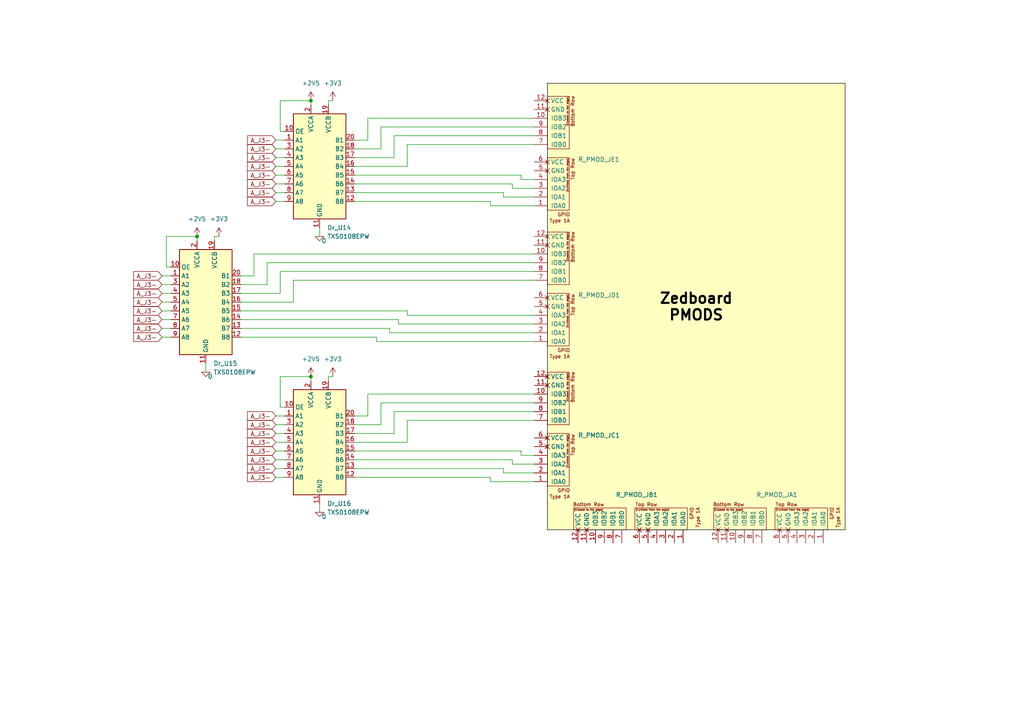
<source format=kicad_sch>
(kicad_sch (version 20230121) (generator eeschema)
  (paper "A4")
  (lib_symbols
    (symbol "Logic_LevelTranslator:TXS0108EPW"
      (property "Reference" "U" (at -6.35 16.51 0))
      (property "Value" "TXS0108EPW" (at 3.81 16.51 0))
      (symbol "TXS0108EPW_0_1"
        (rectangle (start -7.62 15.24) (end 7.62 -15.24) (stroke (width 0.254)) (fill (type background)))
      )
      (symbol "TXS0108EPW_1_1"
        (pin bidirectional line (at -10.16 7.62 0) (length 2.54) (name "A1") (number "1"))
        (pin input line (at -10.16 10.16 0) (length 2.54) (name "OE") (number "10"))
        (pin power_in line (at 0 -17.78 90) (length 2.54) (name "GND") (number "11"))
        (pin bidirectional line (at 10.16 -10.16 180) (length 2.54) (name "B8") (number "12"))
        (pin bidirectional line (at 10.16 -7.62 180) (length 2.54) (name "B7") (number "13"))
        (pin bidirectional line (at 10.16 -5.08 180) (length 2.54) (name "B6") (number "14"))
        (pin bidirectional line (at 10.16 -2.54 180) (length 2.54) (name "B5") (number "15"))
        (pin bidirectional line (at 10.16 0 180) (length 2.54) (name "B4") (number "16"))
        (pin bidirectional line (at 10.16 2.54 180) (length 2.54) (name "B3") (number "17"))
        (pin bidirectional line (at 10.16 5.08 180) (length 2.54) (name "B2") (number "18"))
        (pin power_in line (at 2.54 17.78 270) (length 2.54) (name "VCCB") (number "19"))
        (pin power_in line (at -2.54 17.78 270) (length 2.54) (name "VCCA") (number "2"))
        (pin bidirectional line (at 10.16 7.62 180) (length 2.54) (name "B1") (number "20"))
        (pin bidirectional line (at -10.16 5.08 0) (length 2.54) (name "A2") (number "3"))
        (pin bidirectional line (at -10.16 2.54 0) (length 2.54) (name "A3") (number "4"))
        (pin bidirectional line (at -10.16 0 0) (length 2.54) (name "A4") (number "5"))
        (pin bidirectional line (at -10.16 -2.54 0) (length 2.54) (name "A5") (number "6"))
        (pin bidirectional line (at -10.16 -5.08 0) (length 2.54) (name "A6") (number "7"))
        (pin bidirectional line (at -10.16 -7.62 0) (length 2.54) (name "A7") (number "8"))
        (pin bidirectional line (at -10.16 -10.16 0) (length 2.54) (name "A8") (number "9"))
      )
    )
    (symbol "Simulation_SPICE:0" (power) (pin_names (offset 0))
      (property "Value" "0" (at 0 -1.778 0))
      (symbol "0_0_1"
        (polyline (pts (xy -1.27 0) (xy 0 -1.27) (xy 1.27 0) (xy -1.27 0)))
      )
      (symbol "0_1_1"
        (pin power_in line (at 0 0 0) (length 0) hide (name "0") (number "1"))
      )
    )
    (symbol "pmod:PMOD-Device-x2-Type-1A-GPIO" (pin_names (offset 1.016))
      (property "Reference" "PMOD" (at -3.302 -1.27 0))
      (property "Datasheet" "https://docs.google.com/a/mithis.com/spreadsheets/d/1D-GboyrP57VVpejQzEm0P1WEORo1LAIt92hk1bZGEoo/edit#gid=0" (at -1.27 7.62 0))
      (symbol "PMOD-Device-x2-Type-1A-GPIO_0_0"
        (text "(Closest to the edge)" (at -5.842 -13.462 900) (effects (font (size 0.508 0.508))))
        (text "(Furthest from the edge)" (at -5.842 5.08 900) (effects (font (size 0.508 0.508))))
        (text "Bottom Row" (at -7.366 -13.462 900) (effects (font (size 0.9906 0.9906))))
        (text "GPIO" (at -6.604 16.51 0) (effects (font (size 0.9906 0.9906)) (justify left)))
        (text "Top Row" (at -7.366 3.302 900) (effects (font (size 0.9906 0.9906))))
        (text "Type 1A" (at -6.604 18.288 0) (effects (font (size 0.9906 0.9906)) (justify left)))
      )
      (symbol "PMOD-Device-x2-Type-1A-GPIO_0_1"
        (rectangle (start -6.35 -2.54) (end 0 -17.78))
        (rectangle (start 0 15.24) (end -6.35 0))
      )
      (symbol "PMOD-Device-x2-Type-1A-GPIO_1_1"
        (pin bidirectional line (at 3.81 13.97 180) (length 3.81) (name "IOA0") (number "1"))
        (pin bidirectional line (at 3.81 -11.43 180) (length 3.81) (name "IOB3") (number "10"))
        (pin power_out non_logic (at 3.81 -13.97 180) (length 3.81) (name "GND") (number "11"))
        (pin power_out non_logic (at 3.81 -16.51 180) (length 3.81) (name "VCC") (number "12"))
        (pin bidirectional line (at 3.81 11.43 180) (length 3.81) (name "IOA1") (number "2"))
        (pin bidirectional line (at 3.81 8.89 180) (length 3.81) (name "IOA2") (number "3"))
        (pin bidirectional line (at 3.81 6.35 180) (length 3.81) (name "IOA3") (number "4"))
        (pin power_out non_logic (at 3.81 3.81 180) (length 3.81) (name "GND") (number "5"))
        (pin power_out non_logic (at 3.81 1.27 180) (length 3.81) (name "VCC") (number "6"))
        (pin bidirectional line (at 3.81 -3.81 180) (length 3.81) (name "IOB0") (number "7"))
        (pin bidirectional line (at 3.81 -6.35 180) (length 3.81) (name "IOB1") (number "8"))
        (pin bidirectional line (at 3.81 -8.89 180) (length 3.81) (name "IOB2") (number "9"))
      )
    )
    (symbol "power:+2V5" (power) (pin_names (offset 0))
      (property "Value" "+2V5" (at 0 3.556 0))
      (symbol "+2V5_0_1"
        (polyline (pts (xy -0.762 1.27) (xy 0 2.54)))
        (polyline (pts (xy 0 0) (xy 0 2.54)))
        (polyline (pts (xy 0 2.54) (xy 0.762 1.27)))
      )
      (symbol "+2V5_1_1"
        (pin power_in line (at 0 0 90) (length 0) hide (name "+2V5") (number "1"))
      )
    )
    (symbol "power:+3V3" (power) (pin_names (offset 0))
      (property "Value" "+3V3" (at 0 3.556 0))
      (symbol "+3V3_0_1"
        (polyline (pts (xy -0.762 1.27) (xy 0 2.54)))
        (polyline (pts (xy 0 0) (xy 0 2.54)))
        (polyline (pts (xy 0 2.54) (xy 0.762 1.27)))
      )
      (symbol "+3V3_1_1"
        (pin power_in line (at 0 0 90) (length 0) hide (name "+3V3") (number "1"))
      )
    )
  )
  (junction (at 90.17 109.22))
  (junction (at 90.17 29.21))
  (junction (at 57.15 68.58))
  (wire (pts (xy 102.87 58.42) (xy 142.24 58.42)))
  (wire (pts (xy 102.87 48.26) (xy 118.11 48.26)))
  (wire (pts (xy 73.66 80.01) (xy 73.66 73.66)))
  (wire (pts (xy 113.03 95.25) (xy 113.03 96.52)))
  (wire (pts (xy 102.87 40.64) (xy 106.68 40.64)))
  (wire (pts (xy 95.25 109.22) (xy 95.25 110.49)))
  (wire (pts (xy 110.49 36.83) (xy 154.94 36.83)))
  (wire (pts (xy 81.28 78.74) (xy 154.94 78.74)))
  (wire (pts (xy 80.01 125.73) (xy 82.55 125.73)))
  (wire (pts (xy 80.01 50.8) (xy 82.55 50.8)))
  (wire (pts (xy 151.13 52.07) (xy 154.94 52.07)))
  (wire (pts (xy 48.26 68.58) (xy 57.15 68.58)))
  (wire (pts (xy 69.85 85.09) (xy 81.28 85.09)))
  (wire (pts (xy 80.01 138.43) (xy 82.55 138.43)))
  (wire (pts (xy 81.28 109.22) (xy 90.17 109.22)))
  (wire (pts (xy 106.68 120.65) (xy 106.68 114.3)))
  (wire (pts (xy 154.94 41.91) (xy 118.11 41.91)))
  (wire (pts (xy 82.55 38.1) (xy 81.28 38.1)))
  (wire (pts (xy 114.3 125.73) (xy 114.3 119.38)))
  (wire (pts (xy 118.11 91.44) (xy 154.94 91.44)))
  (wire (pts (xy 142.24 58.42) (xy 142.24 59.69)))
  (wire (pts (xy 69.85 97.79) (xy 109.22 97.79)))
  (wire (pts (xy 62.23 68.58) (xy 62.23 69.85)))
  (wire (pts (xy 82.55 118.11) (xy 81.28 118.11)))
  (wire (pts (xy 118.11 41.91) (xy 118.11 48.26)))
  (wire (pts (xy 102.87 128.27) (xy 118.11 128.27)))
  (wire (pts (xy 92.71 66.04) (xy 92.71 68.58)))
  (wire (pts (xy 148.59 133.35) (xy 148.59 134.62)))
  (wire (pts (xy 118.11 121.92) (xy 118.11 128.27)))
  (wire (pts (xy 142.24 139.7) (xy 154.94 139.7)))
  (wire (pts (xy 80.01 45.72) (xy 82.55 45.72)))
  (wire (pts (xy 109.22 99.06) (xy 154.94 99.06)))
  (wire (pts (xy 80.01 130.81) (xy 82.55 130.81)))
  (wire (pts (xy 69.85 87.63) (xy 85.09 87.63)))
  (wire (pts (xy 95.25 109.22) (xy 96.52 109.22)))
  (wire (pts (xy 80.01 40.64) (xy 82.55 40.64)))
  (wire (pts (xy 90.17 109.22) (xy 90.17 110.49)))
  (wire (pts (xy 85.09 81.28) (xy 85.09 87.63)))
  (wire (pts (xy 106.68 34.29) (xy 154.94 34.29)))
  (wire (pts (xy 114.3 119.38) (xy 154.94 119.38)))
  (wire (pts (xy 59.69 105.41) (xy 59.69 107.95)))
  (wire (pts (xy 114.3 39.37) (xy 154.94 39.37)))
  (wire (pts (xy 110.49 123.19) (xy 110.49 116.84)))
  (wire (pts (xy 81.28 85.09) (xy 81.28 78.74)))
  (wire (pts (xy 69.85 95.25) (xy 113.03 95.25)))
  (wire (pts (xy 148.59 53.34) (xy 148.59 54.61)))
  (wire (pts (xy 148.59 54.61) (xy 154.94 54.61)))
  (wire (pts (xy 142.24 59.69) (xy 154.94 59.69)))
  (wire (pts (xy 80.01 53.34) (xy 82.55 53.34)))
  (wire (pts (xy 110.49 43.18) (xy 110.49 36.83)))
  (wire (pts (xy 146.05 137.16) (xy 154.94 137.16)))
  (wire (pts (xy 148.59 134.62) (xy 154.94 134.62)))
  (wire (pts (xy 102.87 50.8) (xy 151.13 50.8)))
  (wire (pts (xy 80.01 123.19) (xy 82.55 123.19)))
  (wire (pts (xy 73.66 73.66) (xy 154.94 73.66)))
  (wire (pts (xy 115.57 92.71) (xy 115.57 93.98)))
  (wire (pts (xy 80.01 128.27) (xy 82.55 128.27)))
  (wire (pts (xy 46.99 87.63) (xy 49.53 87.63)))
  (wire (pts (xy 102.87 45.72) (xy 114.3 45.72)))
  (wire (pts (xy 102.87 130.81) (xy 151.13 130.81)))
  (wire (pts (xy 102.87 43.18) (xy 110.49 43.18)))
  (wire (pts (xy 113.03 96.52) (xy 154.94 96.52)))
  (wire (pts (xy 102.87 138.43) (xy 142.24 138.43)))
  (wire (pts (xy 46.99 85.09) (xy 49.53 85.09)))
  (wire (pts (xy 80.01 120.65) (xy 82.55 120.65)))
  (wire (pts (xy 80.01 48.26) (xy 82.55 48.26)))
  (wire (pts (xy 80.01 43.18) (xy 82.55 43.18)))
  (wire (pts (xy 80.01 135.89) (xy 82.55 135.89)))
  (wire (pts (xy 151.13 132.08) (xy 154.94 132.08)))
  (wire (pts (xy 109.22 97.79) (xy 109.22 99.06)))
  (wire (pts (xy 102.87 55.88) (xy 146.05 55.88)))
  (wire (pts (xy 46.99 82.55) (xy 49.53 82.55)))
  (wire (pts (xy 69.85 90.17) (xy 118.11 90.17)))
  (wire (pts (xy 81.28 38.1) (xy 81.28 29.21)))
  (wire (pts (xy 114.3 45.72) (xy 114.3 39.37)))
  (wire (pts (xy 69.85 80.01) (xy 73.66 80.01)))
  (wire (pts (xy 48.26 77.47) (xy 48.26 68.58)))
  (wire (pts (xy 46.99 97.79) (xy 49.53 97.79)))
  (wire (pts (xy 92.71 146.05) (xy 92.71 148.59)))
  (wire (pts (xy 46.99 80.01) (xy 49.53 80.01)))
  (wire (pts (xy 110.49 116.84) (xy 154.94 116.84)))
  (wire (pts (xy 102.87 53.34) (xy 148.59 53.34)))
  (wire (pts (xy 77.47 82.55) (xy 77.47 76.2)))
  (wire (pts (xy 77.47 76.2) (xy 154.94 76.2)))
  (wire (pts (xy 102.87 125.73) (xy 114.3 125.73)))
  (wire (pts (xy 118.11 90.17) (xy 118.11 91.44)))
  (wire (pts (xy 57.15 68.58) (xy 57.15 69.85)))
  (wire (pts (xy 146.05 135.89) (xy 146.05 137.16)))
  (wire (pts (xy 115.57 93.98) (xy 154.94 93.98)))
  (wire (pts (xy 146.05 55.88) (xy 146.05 57.15)))
  (wire (pts (xy 90.17 29.21) (xy 90.17 30.48)))
  (wire (pts (xy 106.68 40.64) (xy 106.68 34.29)))
  (wire (pts (xy 81.28 118.11) (xy 81.28 109.22)))
  (wire (pts (xy 80.01 58.42) (xy 82.55 58.42)))
  (wire (pts (xy 102.87 123.19) (xy 110.49 123.19)))
  (wire (pts (xy 151.13 50.8) (xy 151.13 52.07)))
  (wire (pts (xy 49.53 77.47) (xy 48.26 77.47)))
  (wire (pts (xy 69.85 82.55) (xy 77.47 82.55)))
  (wire (pts (xy 146.05 57.15) (xy 154.94 57.15)))
  (wire (pts (xy 95.25 29.21) (xy 95.25 30.48)))
  (wire (pts (xy 151.13 130.81) (xy 151.13 132.08)))
  (wire (pts (xy 142.24 138.43) (xy 142.24 139.7)))
  (wire (pts (xy 95.25 29.21) (xy 96.52 29.21)))
  (wire (pts (xy 85.09 81.28) (xy 154.94 81.28)))
  (wire (pts (xy 102.87 135.89) (xy 146.05 135.89)))
  (wire (pts (xy 106.68 114.3) (xy 154.94 114.3)))
  (wire (pts (xy 154.94 121.92) (xy 118.11 121.92)))
  (wire (pts (xy 46.99 92.71) (xy 49.53 92.71)))
  (wire (pts (xy 62.23 68.58) (xy 63.5 68.58)))
  (wire (pts (xy 81.28 29.21) (xy 90.17 29.21)))
  (wire (pts (xy 80.01 55.88) (xy 82.55 55.88)))
  (wire (pts (xy 102.87 120.65) (xy 106.68 120.65)))
  (wire (pts (xy 46.99 95.25) (xy 49.53 95.25)))
  (wire (pts (xy 80.01 133.35) (xy 82.55 133.35)))
  (wire (pts (xy 69.85 92.71) (xy 115.57 92.71)))
  (wire (pts (xy 46.99 90.17) (xy 49.53 90.17)))
  (wire (pts (xy 102.87 133.35) (xy 148.59 133.35)))
  (text_box "Zedboard\nPMODS" (at 158.75 24.13 0) (size 86.36 129.54) (stroke (width 0) (color 0 0 0 1)) (fill (type color) (color 255 255 194 1)) (effects (font (size 3 3) (thickness 0.6) bold)))
  (global_label "A_J3-" (shape input) (at 46.99 85.09 180) (property "Intersheetrefs" "${INTERSHEET_REFS}" (effects hide)))
  (global_label "A_J3-" (shape input) (at 80.01 58.42 180) (property "Intersheetrefs" "${INTERSHEET_REFS}" (effects hide)))
  (global_label "A_J3-" (shape input) (at 80.01 50.8 180) (property "Intersheetrefs" "${INTERSHEET_REFS}" (effects hide)))
  (global_label "A_J3-" (shape input) (at 46.99 90.17 180) (property "Intersheetrefs" "${INTERSHEET_REFS}" (effects hide)))
  (global_label "A_J3-" (shape input) (at 80.01 138.43 180) (property "Intersheetrefs" "${INTERSHEET_REFS}" (effects hide)))
  (global_label "A_J3-" (shape input) (at 80.01 40.64 180) (property "Intersheetrefs" "${INTERSHEET_REFS}" (effects hide)))
  (global_label "A_J3-" (shape input) (at 46.99 82.55 180) (property "Intersheetrefs" "${INTERSHEET_REFS}" (effects hide)))
  (global_label "A_J3-" (shape input) (at 80.01 53.34 180) (property "Intersheetrefs" "${INTERSHEET_REFS}" (effects hide)))
  (global_label "A_J3-" (shape input) (at 46.99 87.63 180) (property "Intersheetrefs" "${INTERSHEET_REFS}" (effects hide)))
  (global_label "A_J3-" (shape input) (at 80.01 125.73 180) (property "Intersheetrefs" "${INTERSHEET_REFS}" (effects hide)))
  (global_label "A_J3-" (shape input) (at 80.01 45.72 180) (property "Intersheetrefs" "${INTERSHEET_REFS}" (effects hide)))
  (global_label "A_J3-" (shape input) (at 80.01 48.26 180) (property "Intersheetrefs" "${INTERSHEET_REFS}" (effects hide)))
  (global_label "A_J3-" (shape input) (at 46.99 80.01 180) (property "Intersheetrefs" "${INTERSHEET_REFS}" (effects hide)))
  (global_label "A_J3-" (shape input) (at 80.01 130.81 180) (property "Intersheetrefs" "${INTERSHEET_REFS}" (effects hide)))
  (global_label "A_J3-" (shape input) (at 46.99 92.71 180) (property "Intersheetrefs" "${INTERSHEET_REFS}" (effects hide)))
  (global_label "A_J3-" (shape input) (at 80.01 128.27 180) (property "Intersheetrefs" "${INTERSHEET_REFS}" (effects hide)))
  (global_label "A_J3-" (shape input) (at 80.01 55.88 180) (property "Intersheetrefs" "${INTERSHEET_REFS}" (effects hide)))
  (global_label "A_J3-" (shape input) (at 80.01 135.89 180) (property "Intersheetrefs" "${INTERSHEET_REFS}" (effects hide)))
  (global_label "A_J3-" (shape input) (at 80.01 133.35 180) (property "Intersheetrefs" "${INTERSHEET_REFS}" (effects hide)))
  (global_label "A_J3-" (shape input) (at 46.99 97.79 180) (property "Intersheetrefs" "${INTERSHEET_REFS}" (effects hide)))
  (global_label "A_J3-" (shape input) (at 80.01 120.65 180) (property "Intersheetrefs" "${INTERSHEET_REFS}" (effects hide)))
  (global_label "A_J3-" (shape input) (at 80.01 43.18 180) (property "Intersheetrefs" "${INTERSHEET_REFS}" (effects hide)))
  (global_label "A_J3-" (shape input) (at 46.99 95.25 180) (property "Intersheetrefs" "${INTERSHEET_REFS}" (effects hide)))
  (global_label "A_J3-" (shape input) (at 80.01 123.19 180) (property "Intersheetrefs" "${INTERSHEET_REFS}" (effects hide)))
  (symbol (lib_id "Logic_LevelTranslator:TXS0108EPW") (at 59.69 87.63 0) (unit 1)
    (property "Reference" "Dr_U15" (at 61.8841 105.41 0) (effects (justify left)))
    (property "Value" "TXS0108EPW" (at 61.8841 107.95 0) (effects (justify left)))
    (property "Footprint" "Package_SO:TSSOP-20_4.4x6.5mm_P0.65mm" (effects hide))
    (property "Datasheet" "www.ti.com/lit/ds/symlink/txs0108e.pdf" (effects hide))
  )
  (symbol (lib_id "Simulation_SPICE:0") (at 59.69 107.95 0) (unit 1)
    (property "Reference" "#GND0100" (effects hide))
    (property "Value" "0" (at 60.96 109.22 0))
  )
  (symbol (lib_id "pmod:PMOD-Device-x2-Type-1A-GPIO") (at 184.15 153.67 270) (unit 1)
    (property "Reference" "R_PMOD_JB1" (at 184.6892 143.51 90))
    (property "Value" "PMOD-Device-x2-Type-1A-GPIO" (effects hide))
    (property "Footprint" "pmod-conn_6x2:pmod_pin_array_6x2" (effects hide))
    (property "Datasheet" "https://docs.google.com/a/mithis.com/spreadsheets/d/1D-GboyrP57VVpejQzEm0P1WEORo1LAIt92hk1bZGEoo/edit#gid=0" (effects hide))
  )
  (symbol (lib_id "Logic_LevelTranslator:TXS0108EPW") (at 92.71 48.26 0) (unit 1)
    (property "Reference" "Dr_U14" (at 94.9041 66.04 0) (effects (justify left)))
    (property "Value" "TXS0108EPW" (at 94.9041 68.58 0) (effects (justify left)))
    (property "Footprint" "Package_SO:TSSOP-20_4.4x6.5mm_P0.65mm" (effects hide))
    (property "Datasheet" "www.ti.com/lit/ds/symlink/txs0108e.pdf" (effects hide))
  )
  (symbol (lib_id "pmod:PMOD-Device-x2-Type-1A-GPIO") (at 224.79 153.67 270) (unit 1)
    (property "Reference" "R_PMOD_JA1" (at 225.3292 143.51 90))
    (property "Value" "PMOD-Device-x2-Type-1A-GPIO" (effects hide))
    (property "Footprint" "pmod-conn_6x2:pmod_pin_array_6x2" (effects hide))
    (property "Datasheet" "https://docs.google.com/a/mithis.com/spreadsheets/d/1D-GboyrP57VVpejQzEm0P1WEORo1LAIt92hk1bZGEoo/edit#gid=0" (effects hide))
  )
  (symbol (lib_id "Logic_LevelTranslator:TXS0108EPW") (at 92.71 128.27 0) (unit 1)
    (property "Reference" "Dr_U16" (at 94.9041 146.05 0) (effects (justify left)))
    (property "Value" "TXS0108EPW" (at 94.9041 148.59 0) (effects (justify left)))
    (property "Footprint" "Package_SO:TSSOP-20_4.4x6.5mm_P0.65mm" (effects hide))
    (property "Datasheet" "www.ti.com/lit/ds/symlink/txs0108e.pdf" (effects hide))
  )
  (symbol (lib_id "pmod:PMOD-Device-x2-Type-1A-GPIO") (at 158.75 125.73 180) (unit 1)
    (property "Reference" "R_PMOD_JC1" (at 167.64 126.2692 0) (effects (justify right)))
    (property "Value" "PMOD-Device-x2-Type-1A-GPIO" (effects hide))
    (property "Footprint" "pmod-conn_6x2:pmod_pin_array_6x2" (effects hide))
    (property "Datasheet" "https://docs.google.com/a/mithis.com/spreadsheets/d/1D-GboyrP57VVpejQzEm0P1WEORo1LAIt92hk1bZGEoo/edit#gid=0" (effects hide))
  )
  (symbol (lib_id "power:+2V5") (at 90.17 109.22 0) (unit 1)
    (property "Reference" "#PWR080" (effects hide))
    (property "Value" "+2V5" (at 90.17 104.14 0))
  )
  (symbol (lib_id "power:+3V3") (at 63.5 68.58 0) (unit 1)
    (property "Reference" "#PWR079" (effects hide))
    (property "Value" "+3V3" (at 63.5 63.5 0))
  )
  (symbol (lib_id "power:+2V5") (at 57.15 68.58 0) (unit 1)
    (property "Reference" "#PWR078" (effects hide))
    (property "Value" "+2V5" (at 57.15 63.5 0))
  )
  (symbol (lib_id "power:+3V3") (at 96.52 29.21 0) (unit 1)
    (property "Reference" "#PWR077" (effects hide))
    (property "Value" "+3V3" (at 96.52 24.13 0))
  )
  (symbol (lib_id "power:+3V3") (at 96.52 109.22 0) (unit 1)
    (property "Reference" "#PWR081" (effects hide))
    (property "Value" "+3V3" (at 96.52 104.14 0))
  )
  (symbol (lib_id "Simulation_SPICE:0") (at 92.71 148.59 0) (unit 1)
    (property "Reference" "#GND0101" (effects hide))
    (property "Value" "0" (at 93.98 149.86 0))
  )
  (symbol (lib_id "power:+2V5") (at 90.17 29.21 0) (unit 1)
    (property "Reference" "#PWR076" (effects hide))
    (property "Value" "+2V5" (at 90.17 24.13 0))
  )
  (symbol (lib_id "pmod:PMOD-Device-x2-Type-1A-GPIO") (at 158.75 85.09 180) (unit 1)
    (property "Reference" "R_PMOD_JD1" (at 167.64 85.6292 0) (effects (justify right)))
    (property "Value" "PMOD-Device-x2-Type-1A-GPIO" (effects hide))
    (property "Footprint" "pmod-conn_6x2:pmod_pin_array_6x2" (effects hide))
    (property "Datasheet" "https://docs.google.com/a/mithis.com/spreadsheets/d/1D-GboyrP57VVpejQzEm0P1WEORo1LAIt92hk1bZGEoo/edit#gid=0" (effects hide))
  )
  (symbol (lib_id "pmod:PMOD-Device-x2-Type-1A-GPIO") (at 158.75 45.72 180) (unit 1)
    (property "Reference" "R_PMOD_JE1" (at 167.64 46.2592 0) (effects (justify right)))
    (property "Value" "PMOD-Device-x2-Type-1A-GPIO" (effects hide))
    (property "Footprint" "pmod-conn_6x2:pmod_pin_array_6x2" (effects hide))
    (property "Datasheet" "https://docs.google.com/a/mithis.com/spreadsheets/d/1D-GboyrP57VVpejQzEm0P1WEORo1LAIt92hk1bZGEoo/edit#gid=0" (effects hide))
  )
  (symbol (lib_id "Simulation_SPICE:0") (at 92.71 68.58 0) (unit 1)
    (property "Reference" "#GND099" (effects hide))
    (property "Value" "0" (at 93.98 69.85 0))
  )
)
</source>
